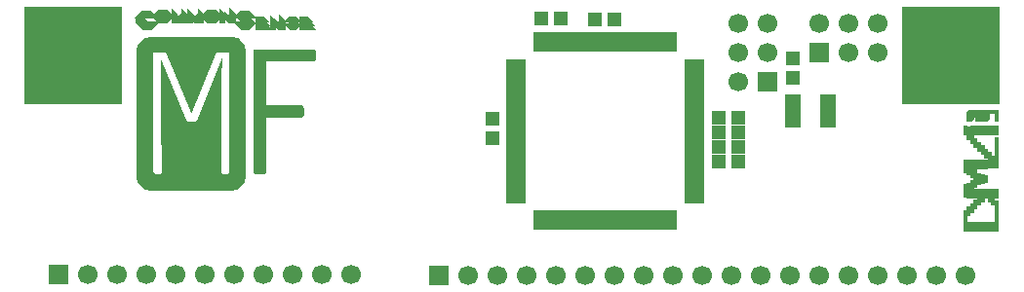
<source format=gbr>
G04 DipTrace 3.1.0.1*
G04 TopMask.gbr*
%MOIN*%
G04 #@! TF.FileFunction,Soldermask,Top*
G04 #@! TF.Part,Single*
%AMOUTLINE1*
4,1,26,
-0.06265,-0.205562,
-0.06265,-0.020202,
0.05614,-0.020202,
0.063386,-0.016309,
0.065119,-0.011534,
0.065119,0.013809,
0.063941,0.017991,
0.060674,0.021397,
0.055616,0.022626,
-0.062656,0.022626,
-0.062656,0.172047,
0.098321,0.172047,
0.105455,0.175879,
0.106945,0.179354,
0.107301,0.180983,
0.107301,0.205761,
0.107111,0.207272,
0.10579,0.211012,
0.098276,0.214875,
-0.107301,0.214875,
-0.107301,-0.206354,
-0.100259,-0.21457,
-0.097557,-0.214875,
-0.072097,-0.214875,
-0.067923,-0.21373,
-0.064419,-0.210656,
-0.06265,-0.205562,
0*%
%AMOUTLINE4*
4,1,28,
-0.129937,0.263259,
-0.129937,0.209063,
-0.085622,0.209063,
0.001215,0.001248,
0.08565,0.209063,
0.131063,0.209063,
0.131063,-0.201333,
0.127282,-0.205072,
0.105815,-0.205072,
0.1021,-0.20135,
0.10527,0.189721,
0.020121,-0.022889,
0.015296,-0.027291,
-0.010698,-0.027291,
-0.016069,-0.022793,
-0.103556,0.18904,
-0.101045,-0.201342,
-0.104769,-0.20506,
-0.126937,-0.20506,
-0.126937,-0.263255,
0.13914,-0.263255,
0.157924,-0.259477,
0.18309,-0.234282,
0.186862,-0.215494,
0.186862,0.215545,
0.183121,0.234171,
0.162168,0.258516,
0.144487,0.262936,
-0.129937,0.263259,
0*%
%AMOUTLINE7*
4,1,14,
0.013862,0.263262,
-0.004959,0.259484,
-0.030128,0.234313,
-0.033899,0.215532,
-0.033899,-0.215507,
-0.030129,-0.234295,
-0.004961,-0.259488,
0.013822,-0.263266,
0.033899,-0.263266,
0.033899,-0.206795,
0.024017,-0.200795,
0.024017,0.209063,
0.033899,0.209063,
0.033899,0.262858,
0.013862,0.263262,
0*%
%AMOUTLINE10*
4,1,4,
0.041008,-0.014178,
-0.041008,-0.014178,
-0.012649,0.014178,
0.012649,0.014178,
0.041008,-0.014178,
0*%
%AMOUTLINE13*
4,1,7,
-0.0395,0.022489,
-0.01472,0.022489,
0.001694,0.006077,
0.04512,0.006077,
0.016553,-0.022489,
-0.016469,-0.022489,
-0.039557,0.000598,
-0.0395,0.022489,
0*%
%AMOUTLINE16*
4,1,9,
-0.026719,0.010851,
-0.013137,0.024505,
0.012993,0.024505,
0.028946,0.008553,
0.029048,-0.008372,
0.012818,-0.024505,
-0.012819,-0.024505,
-0.029038,-0.008352,
-0.029038,0.010854,
-0.026719,0.010851,
0*%
%AMOUTLINE19*
4,1,4,
-0.011017,0.030073,
0.011017,0.008039,
0.011017,-0.024505,
-0.011017,-0.024505,
-0.011017,0.030073,
0*%
%AMOUTLINE22*
4,1,12,
-0.001362,0.030073,
0.020672,0.008039,
0.020672,-0.024505,
-0.001362,-0.024505,
-0.001362,-0.019709,
-0.006146,-0.024505,
-0.011672,-0.024505,
-0.020672,-0.015544,
-0.020672,0.01371,
-0.009732,0.002714,
-0.007404,0.002726,
-0.001362,0.008767,
-0.001362,0.030073,
0*%
%AMOUTLINE25*
4,1,9,
-0.026721,0.010851,
-0.013138,0.024505,
0.012992,0.024505,
0.028944,0.008553,
0.029048,-0.008372,
0.012817,-0.024505,
-0.012819,-0.024505,
-0.029038,-0.008352,
-0.029038,0.010854,
-0.026721,0.010851,
0*%
%AMOUTLINE28*
4,1,4,
-0.011017,0.03006,
0.011017,0.008069,
0.011017,-0.024505,
-0.011017,-0.024505,
-0.011017,0.03006,
0*%
%AMOUTLINE31*
4,1,7,
-0.019356,0.016403,
-0.002706,-0.000213,
-0.002706,0.030047,
0.019356,0.008071,
0.019356,-0.024505,
-0.003257,-0.024505,
-0.019356,-0.008372,
-0.019356,0.016403,
0*%
%AMOUTLINE34*
4,1,4,
0.042595,-0.014178,
-0.042581,-0.014178,
-0.014223,0.014178,
0.014178,0.014178,
0.042595,-0.014178,
0*%
%AMOUTLINE37*
4,1,8,
0.03566,-0.001641,
0.014811,-0.022491,
-0.012675,-0.022491,
-0.041169,0.006119,
-0.013039,0.006119,
-0.0292,0.022436,
0.017001,0.022493,
0.035556,0.003795,
0.03566,-0.001641,
0*%
%AMOUTLINE40*
4,1,6,
-0.025961,0.024505,
-0.003927,0.024505,
-0.003927,-0.005801,
0.012793,-0.005801,
0.031545,-0.024505,
-0.025961,-0.024505,
-0.025961,0.024505,
0*%
%AMOUTLINE43*
4,1,4,
-0.014878,0.009394,
0.001565,0.009394,
0.020497,-0.009394,
-0.014878,-0.009394,
-0.014878,0.009394,
0*%
%AMOUTLINE46*
4,1,4,
-0.013577,0.010765,
-0.002416,0.010765,
0.019159,-0.010765,
-0.013577,-0.010765,
-0.013577,0.010765,
0*%
%AMOUTLINE49*
4,1,4,
0.031569,-0.010765,
-0.031556,-0.010765,
-0.010026,0.010765,
0.009996,0.010765,
0.031569,-0.010765,
0*%
%AMOUTLINE52*
4,1,8,
0.025097,-0.001626,
0.010417,-0.016306,
-0.008995,-0.016306,
-0.030605,0.005392,
-0.01184,0.005392,
-0.02261,0.016267,
0.011878,0.016308,
0.025003,0.003081,
0.025097,-0.001626,
0*%
%AMOUTLINE55*
4,1,4,
-0.014878,0.009394,
0.001567,0.009394,
0.020497,-0.009394,
-0.014878,-0.009394,
-0.014878,0.009394,
0*%
%AMOUTLINE57*
4,1,4,
-0.013577,0.010765,
-0.002415,0.010765,
0.019159,-0.010765,
-0.013577,-0.010765,
-0.013577,0.010765,
0*%
%AMOUTLINE59*
4,1,6,
0.015937,0.018937,
-0.015937,0.018937,
-0.015937,0.005063,
0.002063,0.005063,
0.002063,-0.018937,
0.015937,-0.018937,
0.015937,0.018937,
0*%
%AMOUTLINE62*
4,1,7,
0.012937,0.018937,
-0.000937,0.018937,
-0.012937,0.018937,
-0.012937,-0.018937,
0.004631,-0.018937,
0.012937,-0.010631,
0.012937,-0.003,
0.012937,0.018937,
0*%
%AMOUTLINE65*
4,1,8,
0.015937,0.018937,
-0.015937,0.018937,
-0.015937,-0.006937,
-0.009937,-0.006937,
-0.009937,-0.018937,
0.015937,-0.018937,
0.015937,-0.005063,
0.015937,0.006937,
0.015937,0.018937,
0*%
%AMOUTLINE68*
4,1,8,
0.012937,0.018937,
-0.004631,0.018937,
-0.012937,0.010631,
-0.012937,-0.006937,
-0.012937,-0.018937,
0.004631,-0.018937,
0.012937,-0.010631,
0.012937,0.006937,
0.012937,0.018937,
0*%
%ADD47R,0.332874X0.332874*%
%ADD49R,0.070866X0.019685*%
%ADD51R,0.019685X0.070866*%
%ADD53R,0.05315X0.114173*%
%ADD55R,0.047244X0.051181*%
%ADD57R,0.051181X0.047244*%
%ADD59C,0.066929*%
%ADD61R,0.066929X0.066929*%
%ADD63R,0.013874X0.013874*%
%ADD65R,0.013874X0.025874*%
%ADD67R,0.013874X0.043874*%
%ADD69R,0.013874X0.049874*%
%ADD71R,0.013874X0.055874*%
%ADD73R,0.013874X0.073874*%
%ADD75R,0.013874X0.031874*%
%ADD77R,0.013874X0.109874*%
%ADD81OUTLINE1*%
%ADD84OUTLINE4*%
%ADD87OUTLINE7*%
%ADD90OUTLINE10*%
%ADD93OUTLINE13*%
%ADD96OUTLINE16*%
%ADD99OUTLINE19*%
%ADD102OUTLINE22*%
%ADD105OUTLINE25*%
%ADD108OUTLINE28*%
%ADD111OUTLINE31*%
%ADD114OUTLINE34*%
%ADD117OUTLINE37*%
%ADD120OUTLINE40*%
%ADD123OUTLINE43*%
%ADD126OUTLINE46*%
%ADD129OUTLINE49*%
%ADD132OUTLINE52*%
%ADD135OUTLINE55*%
%ADD137OUTLINE57*%
%ADD139OUTLINE59*%
%ADD142OUTLINE62*%
%ADD145OUTLINE65*%
%ADD148OUTLINE68*%
%FSLAX26Y26*%
G04*
G70*
G90*
G75*
G01*
G04 TopMask*
%LPD*%
D81*
X1313720Y999701D3*
D84*
X991522Y994927D3*
D87*
X838522D3*
D90*
X838701Y1335701D3*
D93*
X842899Y1302793D3*
D96*
X896991Y1329132D3*
D99*
X934154D3*
D102*
X960403D3*
D99*
X989226D3*
D102*
X1015474D3*
D105*
X1062319D3*
D108*
X1099481D3*
D111*
X1124415D3*
D114*
X1175831Y1335865D3*
D117*
X1174445Y1302955D3*
D120*
X1237865Y1305094D3*
D123*
X1243378Y1303807D3*
D126*
X1242078Y1318835D3*
D108*
X1272062Y1305094D3*
D111*
X1296995D3*
D129*
X1339754Y1318835D3*
D132*
X1338831Y1296895D3*
D120*
X1389201Y1305094D3*
D135*
X1394714Y1303807D3*
D137*
X1393413Y1318835D3*
D77*
X3745701Y645701D3*
D75*
X3733701Y606701D3*
X3697701D3*
X3685701D3*
X3721701D3*
X3709701D3*
X3673701D3*
X3661701D3*
Y672701D3*
X3673701Y684701D3*
X3649701Y606701D3*
D73*
X3637701Y627701D3*
D75*
X3685701Y696701D3*
X3697701Y708701D3*
X3709701Y720701D3*
X3721701Y708701D3*
X3733701Y696701D3*
X3745701Y720701D3*
X3673701D3*
X3661701D3*
D71*
X3649701Y732701D3*
D69*
X3637701Y729701D3*
D75*
X3661701Y750701D3*
X3673701Y756701D3*
D67*
X3685701Y771701D3*
D75*
X3673701Y822701D3*
X3661701D3*
D69*
X3637701Y813701D3*
D71*
X3649701Y810701D3*
D75*
X3697701Y771701D3*
X3673701Y786701D3*
X3661701Y792701D3*
D65*
X3709701Y771701D3*
D75*
X3721701Y846701D3*
X3709701Y858701D3*
X3697701Y870701D3*
X3685701Y882701D3*
D77*
X3745701Y861701D3*
D75*
X3733701Y834701D3*
X3745701Y936701D3*
X3733701D3*
X3697701D3*
X3685701D3*
X3721701D3*
X3709701D3*
X3673701D3*
X3661701D3*
X3685701Y822701D3*
X3637701Y936701D3*
X3661701Y906701D3*
X3673701Y894701D3*
D69*
X3649701Y927701D3*
D75*
X3697701Y822701D3*
X3709701D3*
D65*
X3721701Y819701D3*
D63*
X3733701Y813701D3*
D75*
X3649701Y660701D3*
D63*
X3721701Y729701D3*
D65*
X3733701Y723701D3*
X3685701D3*
D63*
X3697701Y729701D3*
D139*
X3736701Y987701D3*
D142*
X3709701D3*
D145*
X3682701D3*
D148*
X3655701D3*
D61*
X538701Y443701D3*
D59*
X638701D3*
X738701D3*
X838701D3*
X938701D3*
X1038701D3*
X1138701D3*
X1238701D3*
X1338701D3*
X1438701D3*
X1538701D3*
D61*
X1838701Y441701D3*
D59*
X1938701D3*
X2038701D3*
X2138701D3*
X2238701D3*
X2338701D3*
X2438701D3*
X2538701D3*
X2638701D3*
X2738701D3*
X2838701D3*
X2938701D3*
X3038701D3*
X3138701D3*
X3238701D3*
X3338701D3*
X3438701D3*
X3538701D3*
X3638701D3*
D57*
X2438386Y1317819D3*
X2371457D3*
D55*
X2020701Y911701D3*
Y978630D3*
D57*
X2254921Y1319819D3*
X2187992D3*
X2794457Y929819D3*
X2861386D3*
X2794457Y979819D3*
X2861386D3*
D55*
X3048701Y1185701D3*
Y1118772D3*
D53*
X3049701Y1004701D3*
X3167811D3*
D61*
X2960701Y1105701D3*
D59*
X2860701D3*
X2960701Y1205701D3*
X2860701D3*
X2960701Y1305701D3*
X2860701D3*
D61*
X3138701Y1203701D3*
D59*
Y1303701D3*
X3238701Y1203701D3*
Y1303701D3*
X3338701Y1203701D3*
Y1303701D3*
D57*
X2861386Y829819D3*
X2794457D3*
X2861386Y879819D3*
X2794457D3*
D51*
X2170701Y629701D3*
X2190386D3*
X2210071D3*
X2229756D3*
X2249441D3*
X2269126D3*
X2288811D3*
X2308496D3*
X2328181D3*
X2347866D3*
X2367551D3*
X2387236D3*
X2406921D3*
X2426607D3*
X2446292D3*
X2465977D3*
X2485662D3*
X2505347D3*
X2525032D3*
X2544717D3*
X2564402D3*
X2584087D3*
X2603772D3*
X2623457D3*
X2643142D3*
D49*
X2712040Y698599D3*
Y718284D3*
Y737969D3*
Y757654D3*
Y777339D3*
Y797024D3*
Y816709D3*
Y836394D3*
Y856079D3*
Y875764D3*
Y895449D3*
Y915134D3*
Y934819D3*
Y954504D3*
Y974189D3*
Y993874D3*
Y1013559D3*
Y1033244D3*
Y1052929D3*
Y1072614D3*
Y1092299D3*
Y1111984D3*
Y1131670D3*
Y1151355D3*
Y1171040D3*
D51*
X2643142Y1239937D3*
X2623457D3*
X2603772D3*
X2584087D3*
X2564402D3*
X2544717D3*
X2525032D3*
X2505347D3*
X2485662D3*
X2465977D3*
X2446292D3*
X2426607D3*
X2406921D3*
X2387236D3*
X2367551D3*
X2347866D3*
X2328181D3*
X2308496D3*
X2288811D3*
X2269126D3*
X2249441D3*
X2229756D3*
X2210071D3*
X2190386D3*
X2170701D3*
D49*
X2101803Y1171040D3*
Y1151355D3*
Y1131670D3*
Y1111984D3*
Y1092299D3*
Y1072614D3*
Y1052929D3*
Y1033244D3*
Y1013559D3*
Y993874D3*
Y974189D3*
Y954504D3*
Y934819D3*
Y915134D3*
Y895449D3*
Y875764D3*
Y856079D3*
Y836394D3*
Y816709D3*
Y797024D3*
Y777339D3*
Y757654D3*
Y737969D3*
Y718284D3*
Y698599D3*
D47*
X3588701Y1193701D3*
X588701D3*
M02*

</source>
